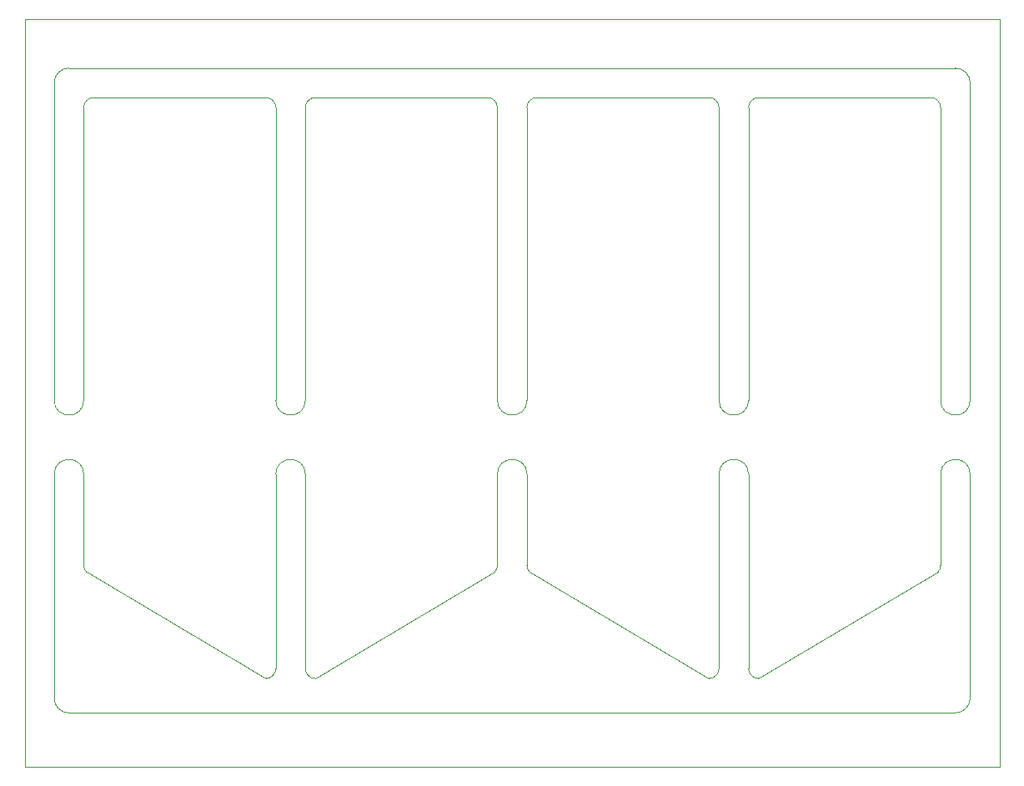
<source format=gbr>
%TF.GenerationSoftware,KiCad,Pcbnew,(5.1.10-1-10_14)*%
%TF.CreationDate,2021-07-07T01:14:00+09:00*%
%TF.ProjectId,StickPlate,53746963-6b50-46c6-9174-652e6b696361,rev?*%
%TF.SameCoordinates,Original*%
%TF.FileFunction,Profile,NP*%
%FSLAX46Y46*%
G04 Gerber Fmt 4.6, Leading zero omitted, Abs format (unit mm)*
G04 Created by KiCad (PCBNEW (5.1.10-1-10_14)) date 2021-07-07 01:14:00*
%MOMM*%
%LPD*%
G01*
G04 APERTURE LIST*
%TA.AperFunction,Profile*%
%ADD10C,0.050000*%
%TD*%
G04 APERTURE END LIST*
D10*
X128500000Y-69250000D02*
G75*
G02*
X130000000Y-67750000I1500000J0D01*
G01*
X220000000Y-67750000D02*
G75*
G02*
X221500000Y-69250000I0J-1500000D01*
G01*
X221500000Y-131750000D02*
G75*
G02*
X220000000Y-133250000I-1500000J0D01*
G01*
X130000000Y-133250000D02*
G75*
G02*
X128500000Y-131750000I0J1500000D01*
G01*
X154000000Y-101500000D02*
X154000000Y-71750000D01*
X151000000Y-101250000D02*
X151000000Y-101500000D01*
X151000000Y-71750000D02*
X151000000Y-101250000D01*
X130000000Y-67750000D02*
X220000000Y-67750000D01*
X128500000Y-101500000D02*
X128500000Y-69250000D01*
X131500000Y-71750000D02*
X131500000Y-101500000D01*
X128500000Y-109000000D02*
X128500000Y-131750000D01*
X131500000Y-101500000D02*
G75*
G02*
X128500000Y-101500000I-1500000J0D01*
G01*
X128500000Y-109000000D02*
G75*
G02*
X131500000Y-109000000I1500000J0D01*
G01*
X220000000Y-133250000D02*
X130000000Y-133250000D01*
X221500000Y-109000000D02*
X221500000Y-131750000D01*
X221500000Y-101500000D02*
X221500000Y-69250000D01*
X218500000Y-71750000D02*
X218500000Y-101500000D01*
X218500000Y-109000000D02*
G75*
G02*
X221500000Y-109000000I1500000J0D01*
G01*
X221500000Y-101500000D02*
G75*
G02*
X218500000Y-101500000I-1500000J0D01*
G01*
X154000000Y-101500000D02*
G75*
G02*
X151000000Y-101500000I-1500000J0D01*
G01*
X151000000Y-109000000D02*
G75*
G02*
X154000000Y-109000000I1500000J0D01*
G01*
X199000000Y-101500000D02*
X199000000Y-71750000D01*
X196000000Y-71750000D02*
X196000000Y-101500000D01*
X199000000Y-101500000D02*
G75*
G02*
X196000000Y-101500000I-1500000J0D01*
G01*
X196000000Y-109000000D02*
G75*
G02*
X199000000Y-109000000I1500000J0D01*
G01*
X173500000Y-71750000D02*
X173500000Y-101500000D01*
X176500000Y-101500000D02*
X176500000Y-71750000D01*
X176500000Y-101500000D02*
G75*
G02*
X173500000Y-101500000I-1500000J0D01*
G01*
X173500000Y-109000000D02*
G75*
G02*
X176500000Y-109000000I1500000J0D01*
G01*
X218500000Y-118250000D02*
X218500000Y-109000000D01*
X196000000Y-128750000D02*
G75*
G02*
X195000000Y-129750000I-1000000J0D01*
G01*
X217500000Y-70750000D02*
G75*
G02*
X218500000Y-71750000I0J-1000000D01*
G01*
X200000000Y-129750000D02*
G75*
G02*
X199000000Y-128750000I0J1000000D01*
G01*
X195000000Y-70750000D02*
G75*
G02*
X196000000Y-71750000I0J-1000000D01*
G01*
X176500000Y-71750000D02*
G75*
G02*
X177500000Y-70750000I1000000J0D01*
G01*
X176792893Y-118957107D02*
G75*
G02*
X176500000Y-118250000I707107J707107D01*
G01*
X195000000Y-70750000D02*
X177500000Y-70750000D01*
X176500000Y-109000000D02*
X176500000Y-118250000D01*
X176792893Y-118957107D02*
X195000000Y-129750000D01*
X196000000Y-128750000D02*
X196000000Y-109000000D01*
X218207107Y-118957107D02*
G75*
G03*
X218500000Y-118250000I-707107J707107D01*
G01*
X217500000Y-70750000D02*
X200000000Y-70750000D01*
X200000000Y-129750000D02*
X218207107Y-118957107D01*
X199000000Y-71750000D02*
G75*
G02*
X200000000Y-70750000I1000000J0D01*
G01*
X199000000Y-109000000D02*
X199000000Y-128750000D01*
X125500000Y-138750000D02*
X125500000Y-62750000D01*
X224500000Y-138750000D02*
X125500000Y-138750000D01*
X224500000Y-62750000D02*
X224500000Y-138750000D01*
X125500000Y-62750000D02*
X224500000Y-62750000D01*
X173207107Y-118957107D02*
G75*
G03*
X173500000Y-118250000I-707107J707107D01*
G01*
X173500000Y-118250000D02*
X173500000Y-109000000D01*
X172500000Y-70750000D02*
X155000000Y-70750000D01*
X155000000Y-129750000D02*
X173207107Y-118957107D01*
X154000000Y-109000000D02*
X154000000Y-128750000D01*
X154000000Y-71750000D02*
G75*
G02*
X155000000Y-70750000I1000000J0D01*
G01*
X155000000Y-129750000D02*
G75*
G02*
X154000000Y-128750000I0J1000000D01*
G01*
X172500000Y-70750000D02*
G75*
G02*
X173500000Y-71750000I0J-1000000D01*
G01*
X151000000Y-128750000D02*
G75*
G02*
X150000000Y-129750000I-1000000J0D01*
G01*
X131792893Y-118957107D02*
G75*
G02*
X131500000Y-118250000I707107J707107D01*
G01*
X131500000Y-71750000D02*
G75*
G02*
X132500000Y-70750000I1000000J0D01*
G01*
X150000000Y-70750000D02*
G75*
G02*
X151000000Y-71750000I0J-1000000D01*
G01*
X151000000Y-128750000D02*
X151000000Y-109000000D01*
X131792893Y-118957107D02*
X150000000Y-129750000D01*
X131500000Y-109000000D02*
X131500000Y-118250000D01*
X150000000Y-70750000D02*
X132500000Y-70750000D01*
M02*

</source>
